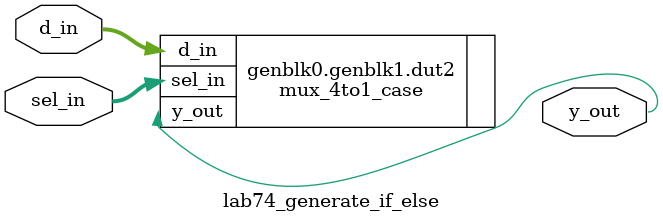
<source format=v>
`timescale 1ns / 1ps
`define PRIORITY 0
module lab74_generate_if_else(
                        input [3:0] d_in,
                        input [1:0] sel_in,
                        output  y_out
                        );
generate
begin 
    if(`PRIORITY)
        begin
            mux_4to1_if_else dut1(
                            .d_in(d_in),
                            .sel_in(sel_in),
                            .y_out(y_out)
                            );
       end
    else
        begin
            mux_4to1_case dut2(
                            .d_in(d_in),
                           .sel_in(sel_in),
                            .y_out(y_out)
                            );
        end
end
endgenerate
endmodule

</source>
